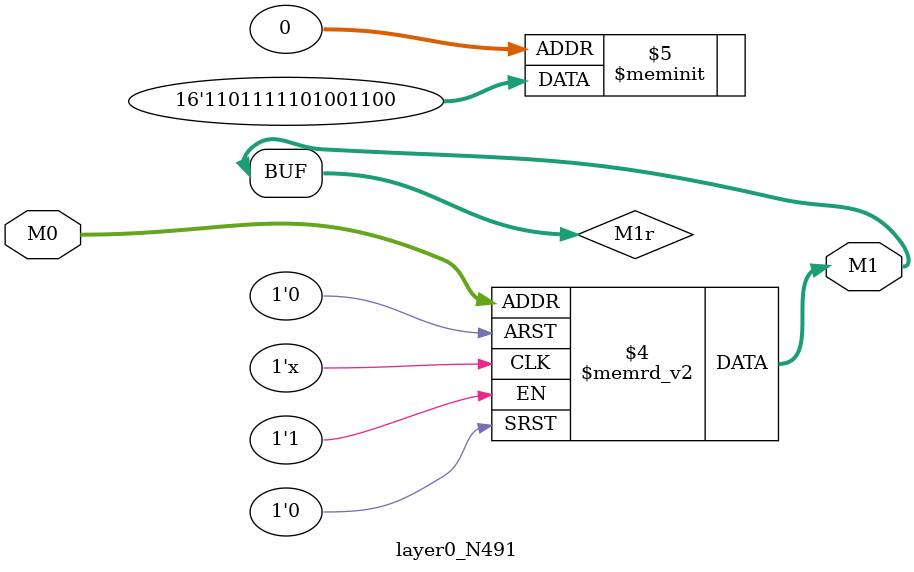
<source format=v>
module layer0_N491 ( input [2:0] M0, output [1:0] M1 );

	(*rom_style = "distributed" *) reg [1:0] M1r;
	assign M1 = M1r;
	always @ (M0) begin
		case (M0)
			3'b000: M1r = 2'b00;
			3'b100: M1r = 2'b11;
			3'b010: M1r = 2'b00;
			3'b110: M1r = 2'b01;
			3'b001: M1r = 2'b11;
			3'b101: M1r = 2'b11;
			3'b011: M1r = 2'b01;
			3'b111: M1r = 2'b11;

		endcase
	end
endmodule

</source>
